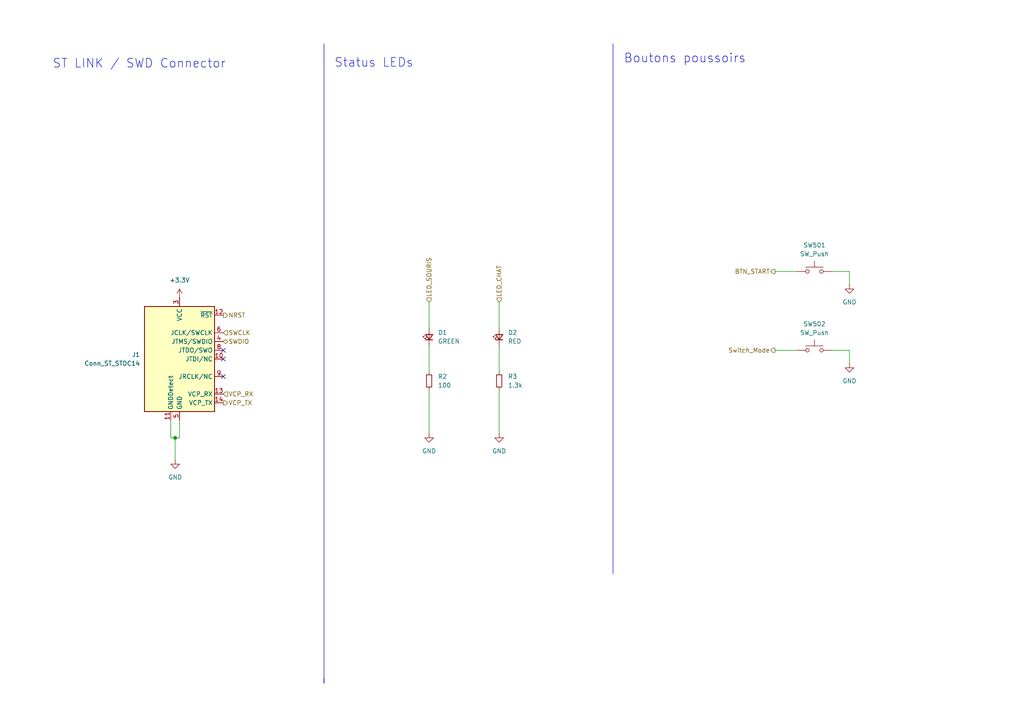
<source format=kicad_sch>
(kicad_sch (version 20231120) (generator "eeschema") (generator_version "8.0")
  (paper "A4")
  (lib_symbols
    (symbol "Connector:Conn_ST_STDC14"
      (property "Reference" "J" (at -8.89 16.51 0))
      (property "Value" "Conn_ST_STDC14" (at 17.78 16.51 0))
      (symbol "Conn_ST_STDC14_0_1"
        (rectangle (start -10.16 15.24) (end 10.16 -15.24) (stroke (width 0.254)) (fill (type background)))
      )
      (symbol "Conn_ST_STDC14_1_1"
        (pin no_connect line (at -10.16 5.08 0) (length 2.54) hide (name "NC") (number "1"))
        (pin output line (at 12.7 0 180) (length 2.54) (name "JTDI/NC") (number "10"))
        (pin passive line (at -2.54 -17.78 90) (length 2.54) (name "GNDDetect") (number "11"))
        (pin open_collector line (at 12.7 12.7 180) (length 2.54) (name "~{RST}") (number "12"))
        (pin output line (at 12.7 -10.16 180) (length 2.54) (name "VCP_RX") (number "13"))
        (pin input line (at 12.7 -12.7 180) (length 2.54) (name "VCP_TX") (number "14"))
        (pin no_connect line (at -10.16 2.54 0) (length 2.54) hide (name "NC") (number "2"))
        (pin power_in line (at 0 17.78 270) (length 2.54) (name "VCC") (number "3"))
        (pin bidirectional line (at 12.7 5.08 180) (length 2.54) (name "JTMS/SWDIO") (number "4"))
        (pin power_in line (at 0 -17.78 90) (length 2.54) (name "GND") (number "5"))
        (pin output line (at 12.7 7.62 180) (length 2.54) (name "JCLK/SWCLK") (number "6"))
        (pin passive line (at 0 -17.78 90) (length 2.54) hide (name "GND") (number "7"))
        (pin input line (at 12.7 2.54 180) (length 2.54) (name "JTDO/SWO") (number "8"))
        (pin input line (at 12.7 -5.08 180) (length 2.54) (name "JRCLK/NC") (number "9"))
      )
    )
    (symbol "Device:LED_Small" (pin_numbers hide) (pin_names (offset 0.254) hide)
      (property "Reference" "D" (at -1.27 3.175 0))
      (property "Value" "LED_Small" (at -4.445 -2.54 0))
      (symbol "LED_Small_0_1"
        (polyline (pts (xy -0.762 -1.016) (xy -0.762 1.016)) (stroke (width 0.254)))
        (polyline (pts (xy 1.016 0) (xy -0.762 0)))
        (polyline (pts (xy 0.762 -1.016) (xy -0.762 0) (xy 0.762 1.016) (xy 0.762 -1.016)) (stroke (width 0.254)))
        (polyline (pts (xy 0 0.762) (xy -0.508 1.27) (xy -0.254 1.27) (xy -0.508 1.27) (xy -0.508 1.016)))
        (polyline (pts (xy 0.508 1.27) (xy 0 1.778) (xy 0.254 1.778) (xy 0 1.778) (xy 0 1.524)))
      )
      (symbol "LED_Small_1_1"
        (pin passive line (at -2.54 0 0) (length 1.778) (name "K") (number "1"))
        (pin passive line (at 2.54 0 180) (length 1.778) (name "A") (number "2"))
      )
    )
    (symbol "Device:R_Small" (pin_numbers hide) (pin_names (offset 0.254) hide)
      (property "Reference" "R" (at 0.762 0.508 0))
      (property "Value" "R_Small" (at 0.762 -1.016 0))
      (symbol "R_Small_0_1"
        (rectangle (start -0.762 1.778) (end 0.762 -1.778) (stroke (width 0.2032)))
      )
      (symbol "R_Small_1_1"
        (pin passive line (at 0 2.54 270) (length 0.762) (name "~") (number "1"))
        (pin passive line (at 0 -2.54 90) (length 0.762) (name "~") (number "2"))
      )
    )
    (symbol "Switch:SW_Push" (pin_numbers hide) (pin_names (offset 1.016) hide)
      (property "Reference" "SW" (at 1.27 2.54 0))
      (property "Value" "SW_Push" (at 0 -1.524 0))
      (symbol "SW_Push_0_1"
        (circle (center -2.032 0) (radius 0.508))
        (polyline (pts (xy 0 1.27) (xy 0 3.048)))
        (polyline (pts (xy 2.54 1.27) (xy -2.54 1.27)))
        (circle (center 2.032 0) (radius 0.508))
        (pin passive line (at -5.08 0 0) (length 2.54) (name "1") (number "1"))
        (pin passive line (at 5.08 0 180) (length 2.54) (name "2") (number "2"))
      )
    )
    (symbol "power:+3.3V" (power) (pin_numbers hide) (pin_names (offset 0) hide)
      (property "Value" "+3.3V" (at 0 3.556 0))
      (symbol "+3.3V_0_1"
        (polyline (pts (xy -0.762 1.27) (xy 0 2.54)))
        (polyline (pts (xy 0 0) (xy 0 2.54)))
        (polyline (pts (xy 0 2.54) (xy 0.762 1.27)))
      )
      (symbol "+3.3V_1_1"
        (pin power_in line (at 0 0 90) (length 0) (name "~") (number "1"))
      )
    )
    (symbol "power:GND" (power) (pin_numbers hide) (pin_names (offset 0) hide)
      (property "Value" "GND" (at 0 -3.81 0))
      (symbol "GND_0_1"
        (polyline (pts (xy 0 0) (xy 0 -1.27) (xy 1.27 -1.27) (xy 0 -2.54) (xy -1.27 -1.27) (xy 0 -1.27)))
      )
      (symbol "GND_1_1"
        (pin power_in line (at 0 0 270) (length 0) (name "~") (number "1"))
      )
    )
  )
  (junction (at 50.8 127))
  (no_connect (at 64.77 101.6))
  (no_connect (at 64.77 109.22))
  (no_connect (at 64.77 104.14))
  (wire (pts (xy 246.38 78.74) (xy 246.38 82.55)))
  (wire (pts (xy 241.3 78.74) (xy 246.38 78.74)))
  (wire (pts (xy 224.79 78.74) (xy 231.14 78.74)))
  (wire (pts (xy 241.3 101.6) (xy 246.38 101.6)))
  (wire (pts (xy 144.78 100.33) (xy 144.78 107.95)))
  (polyline (pts (xy 177.8 12.7) (xy 177.8 166.37)))
  (wire (pts (xy 49.53 121.92) (xy 49.53 127)))
  (wire (pts (xy 50.8 127) (xy 50.8 133.35)))
  (polyline (pts (xy 93.98 196.85) (xy 93.98 198.12)))
  (wire (pts (xy 124.46 113.03) (xy 124.46 125.73)))
  (wire (pts (xy 49.53 127) (xy 50.8 127)))
  (wire (pts (xy 144.78 113.03) (xy 144.78 125.73)))
  (wire (pts (xy 124.46 87.63) (xy 124.46 95.25)))
  (wire (pts (xy 50.8 127) (xy 52.07 127)))
  (wire (pts (xy 144.78 87.63) (xy 144.78 95.25)))
  (wire (pts (xy 246.38 101.6) (xy 246.38 105.41)))
  (wire (pts (xy 52.07 127) (xy 52.07 121.92)))
  (polyline (pts (xy 93.98 12.7) (xy 93.98 198.12)))
  (wire (pts (xy 124.46 100.33) (xy 124.46 107.95)))
  (wire (pts (xy 224.79 101.6) (xy 231.14 101.6)))
  (text "ST LINK / SWD Connector\n" (at 40.386 18.542 0) (effects (font (size 2.54 2.54))))
  (text "Status LEDs" (at 108.458 18.288 0) (effects (font (size 2.54 2.54))))
  (text "Boutons poussoirs" (at 198.628 17.018 0) (effects (font (size 2.54 2.54))))
  (hierarchical_label "LED_CHAT" (shape input) (at 144.78 87.63 90))
  (hierarchical_label "VCP_TX" (shape output) (at 64.77 116.84 0))
  (hierarchical_label "BTN_START" (shape output) (at 224.79 78.74 180))
  (hierarchical_label "NRST" (shape output) (at 64.77 91.44 0))
  (hierarchical_label "SWCLK" (shape input) (at 64.77 96.52 0))
  (hierarchical_label "Switch_Mode" (shape output) (at 224.79 101.6 180))
  (hierarchical_label "LED_SOURIS" (shape input) (at 124.46 87.63 90))
  (hierarchical_label "SWDIO" (shape bidirectional) (at 64.77 99.06 0))
  (hierarchical_label "VCP_RX" (shape input) (at 64.77 114.3 0))
  (symbol (lib_id "Connector:Conn_ST_STDC14") (at 52.07 104.14 0) (unit 1)
    (property "Reference" "J1" (at 40.64 102.8699 0) (effects (justify right)))
    (property "Value" "Conn_ST_STDC14" (at 40.64 105.4099 0) (effects (justify right)))
    (property "Footprint" "Connector_PinHeader_1.27mm:PinHeader_2x07_P1.27mm_Vertical_SMD" (effects (hide yes)))
    (property "Datasheet" "https://www.st.com/content/ccc/resource/technical/document/user_manual/group1/99/49/91/b6/b2/3a/46/e5/DM00526767/files/DM00526767.pdf/jcr:content/translations/en.DM00526767.pdf" (effects (hide yes)))
    (property "Description" "ST Debug Connector, standard ARM Cortex-M SWD and JTAG interface plus UART" (effects (hide yes)))
  )
  (symbol (lib_id "power:+3.3V") (at 52.07 86.36 0) (unit 1)
    (property "Reference" "#PWR0502" (effects (hide yes)))
    (property "Value" "+3.3V" (at 52.07 81.28 0))
    (property "Description" "Power symbol creates a global label with name \"+3.3V\"" (effects (hide yes)))
  )
  (symbol (lib_id "Device:LED_Small") (at 144.78 97.79 90) (unit 1)
    (property "Reference" "D2" (at 147.32 96.4564 90) (effects (justify right)))
    (property "Value" "RED" (at 147.32 98.9964 90) (effects (justify right)))
    (property "Footprint" "LED_SMD:LED_0603_1608Metric_Pad1.05x0.95mm_HandSolder" (effects (hide yes)))
    (property "Description" "Light emitting diode, small symbol" (effects (hide yes)))
  )
  (symbol (lib_id "Device:R_Small") (at 144.78 110.49 0) (unit 1)
    (property "Reference" "R3" (at 147.32 109.2199 0) (effects (justify left)))
    (property "Value" "1.3k" (at 147.32 111.7599 0) (effects (justify left)))
    (property "Footprint" "Resistor_SMD:R_0402_1005Metric" (effects (hide yes)))
    (property "Description" "Resistor, small symbol" (effects (hide yes)))
  )
  (symbol (lib_id "power:GND") (at 124.46 125.73 0) (unit 1)
    (property "Reference" "#PWR0503" (effects (hide yes)))
    (property "Value" "GND" (at 124.46 130.81 0))
    (property "Description" "Power symbol creates a global label with name \"GND\" , ground" (effects (hide yes)))
  )
  (symbol (lib_id "Switch:SW_Push") (at 236.22 101.6 0) (unit 1)
    (property "Reference" "SW502" (at 236.22 93.98 0))
    (property "Value" "SW_Push" (at 236.22 96.52 0))
    (property "Footprint" "Button_Switch_SMD:SW_Push_1P1T_NO_6x6mm_H9.5mm" (effects (hide yes)))
    (property "Description" "Push button switch, generic, two pins" (effects (hide yes)))
  )
  (symbol (lib_id "Switch:SW_Push") (at 236.22 78.74 0) (unit 1)
    (property "Reference" "SW501" (at 236.22 71.12 0))
    (property "Value" "SW_Push" (at 236.22 73.66 0))
    (property "Footprint" "Button_Switch_SMD:SW_Push_1P1T_NO_6x6mm_H9.5mm" (effects (hide yes)))
    (property "Description" "Push button switch, generic, two pins" (effects (hide yes)))
  )
  (symbol (lib_id "power:GND") (at 50.8 133.35 0) (unit 1)
    (property "Reference" "#PWR0501" (effects (hide yes)))
    (property "Value" "GND" (at 50.8 138.43 0))
    (property "Description" "Power symbol creates a global label with name \"GND\" , ground" (effects (hide yes)))
  )
  (symbol (lib_id "power:GND") (at 246.38 82.55 0) (unit 1)
    (property "Reference" "#PWR0506" (effects (hide yes)))
    (property "Value" "GND" (at 246.38 87.63 0))
    (property "Description" "Power symbol creates a global label with name \"GND\" , ground" (effects (hide yes)))
  )
  (symbol (lib_id "Device:R_Small") (at 124.46 110.49 0) (unit 1)
    (property "Reference" "R2" (at 127 109.2199 0) (effects (justify left)))
    (property "Value" "100" (at 127 111.7599 0) (effects (justify left)))
    (property "Footprint" "Resistor_SMD:R_0402_1005Metric" (effects (hide yes)))
    (property "Description" "Resistor, small symbol" (effects (hide yes)))
  )
  (symbol (lib_id "power:GND") (at 246.38 105.41 0) (unit 1)
    (property "Reference" "#PWR0505" (effects (hide yes)))
    (property "Value" "GND" (at 246.38 110.49 0))
    (property "Description" "Power symbol creates a global label with name \"GND\" , ground" (effects (hide yes)))
  )
  (symbol (lib_id "Device:LED_Small") (at 124.46 97.79 90) (unit 1)
    (property "Reference" "D1" (at 127 96.4564 90) (effects (justify right)))
    (property "Value" "GREEN" (at 127 98.9964 90) (effects (justify right)))
    (property "Footprint" "LED_SMD:LED_0603_1608Metric_Pad1.05x0.95mm_HandSolder" (effects (hide yes)))
    (property "Description" "Light emitting diode, small symbol" (effects (hide yes)))
  )
  (symbol (lib_id "power:GND") (at 144.78 125.73 0) (unit 1)
    (property "Reference" "#PWR0504" (effects (hide yes)))
    (property "Value" "GND" (at 144.78 130.81 0))
    (property "Description" "Power symbol creates a global label with name \"GND\" , ground" (effects (hide yes)))
  )
)
</source>
